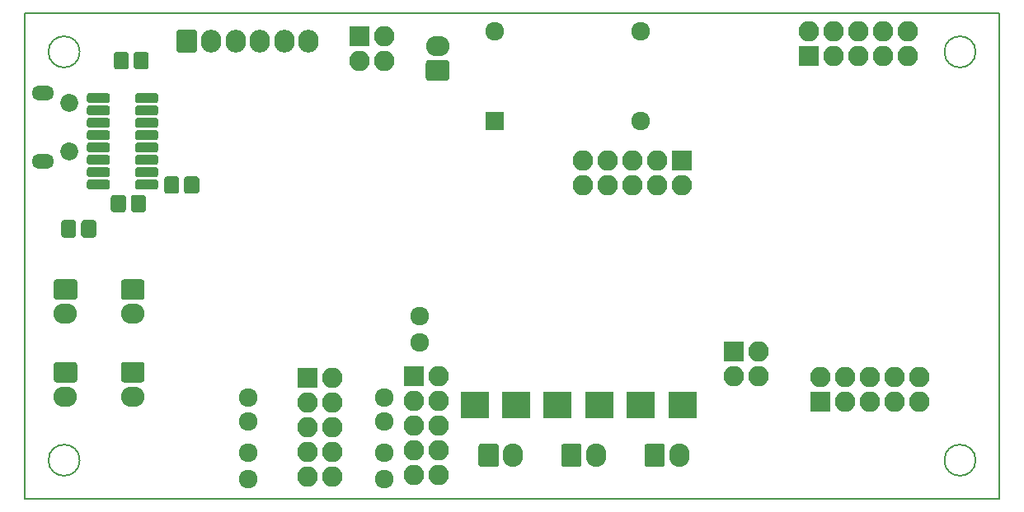
<source format=gbr>
%TF.GenerationSoftware,KiCad,Pcbnew,5.0.0-fee4fd1~66~ubuntu16.04.1*%
%TF.CreationDate,2020-03-09T22:27:40+01:00*%
%TF.ProjectId,robotond2020_ch340,726F626F746F6E64323032305F636833,rev?*%
%TF.SameCoordinates,Original*%
%TF.FileFunction,Soldermask,Bot*%
%TF.FilePolarity,Negative*%
%FSLAX46Y46*%
G04 Gerber Fmt 4.6, Leading zero omitted, Abs format (unit mm)*
G04 Created by KiCad (PCBNEW 5.0.0-fee4fd1~66~ubuntu16.04.1) date Mon Mar  9 22:27:40 2020*
%MOMM*%
%LPD*%
G01*
G04 APERTURE LIST*
%ADD10C,0.200000*%
%ADD11C,0.150000*%
%ADD12O,2.400000X2.100000*%
%ADD13C,2.100000*%
%ADD14R,2.900000X2.700000*%
%ADD15O,2.100000X2.350000*%
%ADD16O,2.100000X2.100000*%
%ADD17R,2.100000X2.100000*%
%ADD18O,2.300000X1.500000*%
%ADD19C,1.850000*%
%ADD20O,2.100000X2.400000*%
%ADD21R,1.924000X1.924000*%
%ADD22C,1.924000*%
%ADD23C,1.550000*%
%ADD24C,1.000000*%
G04 APERTURE END LIST*
D10*
X197600000Y-96000000D02*
G75*
G03X197600000Y-96000000I-1600000J0D01*
G01*
X105600000Y-96000000D02*
G75*
G03X105600000Y-96000000I-1600000J0D01*
G01*
X105600000Y-54000000D02*
G75*
G03X105600000Y-54000000I-1600000J0D01*
G01*
X197600000Y-54000000D02*
G75*
G03X197600000Y-54000000I-1600000J0D01*
G01*
D11*
X100000000Y-100000000D02*
X100000000Y-50000000D01*
X200000000Y-100000000D02*
X100000000Y-100000000D01*
X200000000Y-50000000D02*
X200000000Y-100000000D01*
X100000000Y-50000000D02*
X200000000Y-50000000D01*
D12*
X142350000Y-53400000D03*
D11*
G36*
X143271447Y-54851487D02*
X143301425Y-54855934D01*
X143330824Y-54863298D01*
X143359358Y-54873508D01*
X143386755Y-54886465D01*
X143412750Y-54902046D01*
X143437092Y-54920100D01*
X143459548Y-54940452D01*
X143479900Y-54962908D01*
X143497954Y-54987250D01*
X143513535Y-55013245D01*
X143526492Y-55040642D01*
X143536702Y-55069176D01*
X143544066Y-55098575D01*
X143548513Y-55128553D01*
X143550000Y-55158823D01*
X143550000Y-56641177D01*
X143548513Y-56671447D01*
X143544066Y-56701425D01*
X143536702Y-56730824D01*
X143526492Y-56759358D01*
X143513535Y-56786755D01*
X143497954Y-56812750D01*
X143479900Y-56837092D01*
X143459548Y-56859548D01*
X143437092Y-56879900D01*
X143412750Y-56897954D01*
X143386755Y-56913535D01*
X143359358Y-56926492D01*
X143330824Y-56936702D01*
X143301425Y-56944066D01*
X143271447Y-56948513D01*
X143241177Y-56950000D01*
X141458823Y-56950000D01*
X141428553Y-56948513D01*
X141398575Y-56944066D01*
X141369176Y-56936702D01*
X141340642Y-56926492D01*
X141313245Y-56913535D01*
X141287250Y-56897954D01*
X141262908Y-56879900D01*
X141240452Y-56859548D01*
X141220100Y-56837092D01*
X141202046Y-56812750D01*
X141186465Y-56786755D01*
X141173508Y-56759358D01*
X141163298Y-56730824D01*
X141155934Y-56701425D01*
X141151487Y-56671447D01*
X141150000Y-56641177D01*
X141150000Y-55158823D01*
X141151487Y-55128553D01*
X141155934Y-55098575D01*
X141163298Y-55069176D01*
X141173508Y-55040642D01*
X141186465Y-55013245D01*
X141202046Y-54987250D01*
X141220100Y-54962908D01*
X141240452Y-54940452D01*
X141262908Y-54920100D01*
X141287250Y-54902046D01*
X141313245Y-54886465D01*
X141340642Y-54873508D01*
X141369176Y-54863298D01*
X141398575Y-54855934D01*
X141428553Y-54851487D01*
X141458823Y-54850000D01*
X143241177Y-54850000D01*
X143271447Y-54851487D01*
X143271447Y-54851487D01*
G37*
D13*
X142350000Y-55900000D03*
D14*
X167500000Y-90300000D03*
X163200000Y-90300000D03*
X154650000Y-90300000D03*
X158950000Y-90300000D03*
X150450000Y-90300000D03*
X146150000Y-90300000D03*
D11*
G36*
X117371447Y-51726487D02*
X117401425Y-51730934D01*
X117430824Y-51738298D01*
X117459358Y-51748508D01*
X117486755Y-51761465D01*
X117512750Y-51777046D01*
X117537092Y-51795100D01*
X117559548Y-51815452D01*
X117579900Y-51837908D01*
X117597954Y-51862250D01*
X117613535Y-51888245D01*
X117626492Y-51915642D01*
X117636702Y-51944176D01*
X117644066Y-51973575D01*
X117648513Y-52003553D01*
X117650000Y-52033823D01*
X117650000Y-53766177D01*
X117648513Y-53796447D01*
X117644066Y-53826425D01*
X117636702Y-53855824D01*
X117626492Y-53884358D01*
X117613535Y-53911755D01*
X117597954Y-53937750D01*
X117579900Y-53962092D01*
X117559548Y-53984548D01*
X117537092Y-54004900D01*
X117512750Y-54022954D01*
X117486755Y-54038535D01*
X117459358Y-54051492D01*
X117430824Y-54061702D01*
X117401425Y-54069066D01*
X117371447Y-54073513D01*
X117341177Y-54075000D01*
X115858823Y-54075000D01*
X115828553Y-54073513D01*
X115798575Y-54069066D01*
X115769176Y-54061702D01*
X115740642Y-54051492D01*
X115713245Y-54038535D01*
X115687250Y-54022954D01*
X115662908Y-54004900D01*
X115640452Y-53984548D01*
X115620100Y-53962092D01*
X115602046Y-53937750D01*
X115586465Y-53911755D01*
X115573508Y-53884358D01*
X115563298Y-53855824D01*
X115555934Y-53826425D01*
X115551487Y-53796447D01*
X115550000Y-53766177D01*
X115550000Y-52033823D01*
X115551487Y-52003553D01*
X115555934Y-51973575D01*
X115563298Y-51944176D01*
X115573508Y-51915642D01*
X115586465Y-51888245D01*
X115602046Y-51862250D01*
X115620100Y-51837908D01*
X115640452Y-51815452D01*
X115662908Y-51795100D01*
X115687250Y-51777046D01*
X115713245Y-51761465D01*
X115740642Y-51748508D01*
X115769176Y-51738298D01*
X115798575Y-51730934D01*
X115828553Y-51726487D01*
X115858823Y-51725000D01*
X117341177Y-51725000D01*
X117371447Y-51726487D01*
X117371447Y-51726487D01*
G37*
D13*
X116600000Y-52900000D03*
D15*
X119100000Y-52900000D03*
X121600000Y-52900000D03*
X124100000Y-52900000D03*
X126600000Y-52900000D03*
X129100000Y-52900000D03*
D16*
X131500000Y-97670000D03*
X128960000Y-97670000D03*
X131500000Y-95130000D03*
X128960000Y-95130000D03*
X131500000Y-92590000D03*
X128960000Y-92590000D03*
X131500000Y-90050000D03*
X128960000Y-90050000D03*
X131500000Y-87510000D03*
D17*
X128960000Y-87510000D03*
D18*
X101850000Y-65250000D03*
D19*
X104550000Y-59250000D03*
X104550000Y-64250000D03*
D18*
X101850000Y-58250000D03*
D17*
X180500000Y-54450000D03*
D16*
X180500000Y-51910000D03*
X183040000Y-54450000D03*
X183040000Y-51910000D03*
X185580000Y-54450000D03*
X185580000Y-51910000D03*
X188120000Y-54450000D03*
X188120000Y-51910000D03*
X190660000Y-54450000D03*
X190660000Y-51910000D03*
X191860000Y-87460000D03*
X191860000Y-90000000D03*
X189320000Y-87460000D03*
X189320000Y-90000000D03*
X186780000Y-87460000D03*
X186780000Y-90000000D03*
X184240000Y-87460000D03*
X184240000Y-90000000D03*
X181700000Y-87460000D03*
D17*
X181700000Y-90000000D03*
D12*
X104150000Y-80950000D03*
D11*
G36*
X105071447Y-77401487D02*
X105101425Y-77405934D01*
X105130824Y-77413298D01*
X105159358Y-77423508D01*
X105186755Y-77436465D01*
X105212750Y-77452046D01*
X105237092Y-77470100D01*
X105259548Y-77490452D01*
X105279900Y-77512908D01*
X105297954Y-77537250D01*
X105313535Y-77563245D01*
X105326492Y-77590642D01*
X105336702Y-77619176D01*
X105344066Y-77648575D01*
X105348513Y-77678553D01*
X105350000Y-77708823D01*
X105350000Y-79191177D01*
X105348513Y-79221447D01*
X105344066Y-79251425D01*
X105336702Y-79280824D01*
X105326492Y-79309358D01*
X105313535Y-79336755D01*
X105297954Y-79362750D01*
X105279900Y-79387092D01*
X105259548Y-79409548D01*
X105237092Y-79429900D01*
X105212750Y-79447954D01*
X105186755Y-79463535D01*
X105159358Y-79476492D01*
X105130824Y-79486702D01*
X105101425Y-79494066D01*
X105071447Y-79498513D01*
X105041177Y-79500000D01*
X103258823Y-79500000D01*
X103228553Y-79498513D01*
X103198575Y-79494066D01*
X103169176Y-79486702D01*
X103140642Y-79476492D01*
X103113245Y-79463535D01*
X103087250Y-79447954D01*
X103062908Y-79429900D01*
X103040452Y-79409548D01*
X103020100Y-79387092D01*
X103002046Y-79362750D01*
X102986465Y-79336755D01*
X102973508Y-79309358D01*
X102963298Y-79280824D01*
X102955934Y-79251425D01*
X102951487Y-79221447D01*
X102950000Y-79191177D01*
X102950000Y-77708823D01*
X102951487Y-77678553D01*
X102955934Y-77648575D01*
X102963298Y-77619176D01*
X102973508Y-77590642D01*
X102986465Y-77563245D01*
X103002046Y-77537250D01*
X103020100Y-77512908D01*
X103040452Y-77490452D01*
X103062908Y-77470100D01*
X103087250Y-77452046D01*
X103113245Y-77436465D01*
X103140642Y-77423508D01*
X103169176Y-77413298D01*
X103198575Y-77405934D01*
X103228553Y-77401487D01*
X103258823Y-77400000D01*
X105041177Y-77400000D01*
X105071447Y-77401487D01*
X105071447Y-77401487D01*
G37*
D13*
X104150000Y-78450000D03*
D11*
G36*
X111971447Y-77401487D02*
X112001425Y-77405934D01*
X112030824Y-77413298D01*
X112059358Y-77423508D01*
X112086755Y-77436465D01*
X112112750Y-77452046D01*
X112137092Y-77470100D01*
X112159548Y-77490452D01*
X112179900Y-77512908D01*
X112197954Y-77537250D01*
X112213535Y-77563245D01*
X112226492Y-77590642D01*
X112236702Y-77619176D01*
X112244066Y-77648575D01*
X112248513Y-77678553D01*
X112250000Y-77708823D01*
X112250000Y-79191177D01*
X112248513Y-79221447D01*
X112244066Y-79251425D01*
X112236702Y-79280824D01*
X112226492Y-79309358D01*
X112213535Y-79336755D01*
X112197954Y-79362750D01*
X112179900Y-79387092D01*
X112159548Y-79409548D01*
X112137092Y-79429900D01*
X112112750Y-79447954D01*
X112086755Y-79463535D01*
X112059358Y-79476492D01*
X112030824Y-79486702D01*
X112001425Y-79494066D01*
X111971447Y-79498513D01*
X111941177Y-79500000D01*
X110158823Y-79500000D01*
X110128553Y-79498513D01*
X110098575Y-79494066D01*
X110069176Y-79486702D01*
X110040642Y-79476492D01*
X110013245Y-79463535D01*
X109987250Y-79447954D01*
X109962908Y-79429900D01*
X109940452Y-79409548D01*
X109920100Y-79387092D01*
X109902046Y-79362750D01*
X109886465Y-79336755D01*
X109873508Y-79309358D01*
X109863298Y-79280824D01*
X109855934Y-79251425D01*
X109851487Y-79221447D01*
X109850000Y-79191177D01*
X109850000Y-77708823D01*
X109851487Y-77678553D01*
X109855934Y-77648575D01*
X109863298Y-77619176D01*
X109873508Y-77590642D01*
X109886465Y-77563245D01*
X109902046Y-77537250D01*
X109920100Y-77512908D01*
X109940452Y-77490452D01*
X109962908Y-77470100D01*
X109987250Y-77452046D01*
X110013245Y-77436465D01*
X110040642Y-77423508D01*
X110069176Y-77413298D01*
X110098575Y-77405934D01*
X110128553Y-77401487D01*
X110158823Y-77400000D01*
X111941177Y-77400000D01*
X111971447Y-77401487D01*
X111971447Y-77401487D01*
G37*
D13*
X111050000Y-78450000D03*
D12*
X111050000Y-80950000D03*
D17*
X167400000Y-65200000D03*
D16*
X167400000Y-67740000D03*
X164860000Y-65200000D03*
X164860000Y-67740000D03*
X162320000Y-65200000D03*
X162320000Y-67740000D03*
X159780000Y-65200000D03*
X159780000Y-67740000D03*
X157240000Y-65200000D03*
X157240000Y-67740000D03*
D17*
X139950000Y-87400000D03*
D16*
X142490000Y-87400000D03*
X139950000Y-89940000D03*
X142490000Y-89940000D03*
X139950000Y-92480000D03*
X142490000Y-92480000D03*
X139950000Y-95020000D03*
X142490000Y-95020000D03*
X139950000Y-97560000D03*
X142490000Y-97560000D03*
D17*
X134300000Y-52400000D03*
D16*
X136840000Y-52400000D03*
X134300000Y-54940000D03*
X136840000Y-54940000D03*
D12*
X104150000Y-89450000D03*
D11*
G36*
X105071447Y-85901487D02*
X105101425Y-85905934D01*
X105130824Y-85913298D01*
X105159358Y-85923508D01*
X105186755Y-85936465D01*
X105212750Y-85952046D01*
X105237092Y-85970100D01*
X105259548Y-85990452D01*
X105279900Y-86012908D01*
X105297954Y-86037250D01*
X105313535Y-86063245D01*
X105326492Y-86090642D01*
X105336702Y-86119176D01*
X105344066Y-86148575D01*
X105348513Y-86178553D01*
X105350000Y-86208823D01*
X105350000Y-87691177D01*
X105348513Y-87721447D01*
X105344066Y-87751425D01*
X105336702Y-87780824D01*
X105326492Y-87809358D01*
X105313535Y-87836755D01*
X105297954Y-87862750D01*
X105279900Y-87887092D01*
X105259548Y-87909548D01*
X105237092Y-87929900D01*
X105212750Y-87947954D01*
X105186755Y-87963535D01*
X105159358Y-87976492D01*
X105130824Y-87986702D01*
X105101425Y-87994066D01*
X105071447Y-87998513D01*
X105041177Y-88000000D01*
X103258823Y-88000000D01*
X103228553Y-87998513D01*
X103198575Y-87994066D01*
X103169176Y-87986702D01*
X103140642Y-87976492D01*
X103113245Y-87963535D01*
X103087250Y-87947954D01*
X103062908Y-87929900D01*
X103040452Y-87909548D01*
X103020100Y-87887092D01*
X103002046Y-87862750D01*
X102986465Y-87836755D01*
X102973508Y-87809358D01*
X102963298Y-87780824D01*
X102955934Y-87751425D01*
X102951487Y-87721447D01*
X102950000Y-87691177D01*
X102950000Y-86208823D01*
X102951487Y-86178553D01*
X102955934Y-86148575D01*
X102963298Y-86119176D01*
X102973508Y-86090642D01*
X102986465Y-86063245D01*
X103002046Y-86037250D01*
X103020100Y-86012908D01*
X103040452Y-85990452D01*
X103062908Y-85970100D01*
X103087250Y-85952046D01*
X103113245Y-85936465D01*
X103140642Y-85923508D01*
X103169176Y-85913298D01*
X103198575Y-85905934D01*
X103228553Y-85901487D01*
X103258823Y-85900000D01*
X105041177Y-85900000D01*
X105071447Y-85901487D01*
X105071447Y-85901487D01*
G37*
D13*
X104150000Y-86950000D03*
D11*
G36*
X111971447Y-85901487D02*
X112001425Y-85905934D01*
X112030824Y-85913298D01*
X112059358Y-85923508D01*
X112086755Y-85936465D01*
X112112750Y-85952046D01*
X112137092Y-85970100D01*
X112159548Y-85990452D01*
X112179900Y-86012908D01*
X112197954Y-86037250D01*
X112213535Y-86063245D01*
X112226492Y-86090642D01*
X112236702Y-86119176D01*
X112244066Y-86148575D01*
X112248513Y-86178553D01*
X112250000Y-86208823D01*
X112250000Y-87691177D01*
X112248513Y-87721447D01*
X112244066Y-87751425D01*
X112236702Y-87780824D01*
X112226492Y-87809358D01*
X112213535Y-87836755D01*
X112197954Y-87862750D01*
X112179900Y-87887092D01*
X112159548Y-87909548D01*
X112137092Y-87929900D01*
X112112750Y-87947954D01*
X112086755Y-87963535D01*
X112059358Y-87976492D01*
X112030824Y-87986702D01*
X112001425Y-87994066D01*
X111971447Y-87998513D01*
X111941177Y-88000000D01*
X110158823Y-88000000D01*
X110128553Y-87998513D01*
X110098575Y-87994066D01*
X110069176Y-87986702D01*
X110040642Y-87976492D01*
X110013245Y-87963535D01*
X109987250Y-87947954D01*
X109962908Y-87929900D01*
X109940452Y-87909548D01*
X109920100Y-87887092D01*
X109902046Y-87862750D01*
X109886465Y-87836755D01*
X109873508Y-87809358D01*
X109863298Y-87780824D01*
X109855934Y-87751425D01*
X109851487Y-87721447D01*
X109850000Y-87691177D01*
X109850000Y-86208823D01*
X109851487Y-86178553D01*
X109855934Y-86148575D01*
X109863298Y-86119176D01*
X109873508Y-86090642D01*
X109886465Y-86063245D01*
X109902046Y-86037250D01*
X109920100Y-86012908D01*
X109940452Y-85990452D01*
X109962908Y-85970100D01*
X109987250Y-85952046D01*
X110013245Y-85936465D01*
X110040642Y-85923508D01*
X110069176Y-85913298D01*
X110098575Y-85905934D01*
X110128553Y-85901487D01*
X110158823Y-85900000D01*
X111941177Y-85900000D01*
X111971447Y-85901487D01*
X111971447Y-85901487D01*
G37*
D13*
X111050000Y-86950000D03*
D12*
X111050000Y-89450000D03*
D20*
X167150000Y-95500000D03*
D11*
G36*
X165421447Y-94301487D02*
X165451425Y-94305934D01*
X165480824Y-94313298D01*
X165509358Y-94323508D01*
X165536755Y-94336465D01*
X165562750Y-94352046D01*
X165587092Y-94370100D01*
X165609548Y-94390452D01*
X165629900Y-94412908D01*
X165647954Y-94437250D01*
X165663535Y-94463245D01*
X165676492Y-94490642D01*
X165686702Y-94519176D01*
X165694066Y-94548575D01*
X165698513Y-94578553D01*
X165700000Y-94608823D01*
X165700000Y-96391177D01*
X165698513Y-96421447D01*
X165694066Y-96451425D01*
X165686702Y-96480824D01*
X165676492Y-96509358D01*
X165663535Y-96536755D01*
X165647954Y-96562750D01*
X165629900Y-96587092D01*
X165609548Y-96609548D01*
X165587092Y-96629900D01*
X165562750Y-96647954D01*
X165536755Y-96663535D01*
X165509358Y-96676492D01*
X165480824Y-96686702D01*
X165451425Y-96694066D01*
X165421447Y-96698513D01*
X165391177Y-96700000D01*
X163908823Y-96700000D01*
X163878553Y-96698513D01*
X163848575Y-96694066D01*
X163819176Y-96686702D01*
X163790642Y-96676492D01*
X163763245Y-96663535D01*
X163737250Y-96647954D01*
X163712908Y-96629900D01*
X163690452Y-96609548D01*
X163670100Y-96587092D01*
X163652046Y-96562750D01*
X163636465Y-96536755D01*
X163623508Y-96509358D01*
X163613298Y-96480824D01*
X163605934Y-96451425D01*
X163601487Y-96421447D01*
X163600000Y-96391177D01*
X163600000Y-94608823D01*
X163601487Y-94578553D01*
X163605934Y-94548575D01*
X163613298Y-94519176D01*
X163623508Y-94490642D01*
X163636465Y-94463245D01*
X163652046Y-94437250D01*
X163670100Y-94412908D01*
X163690452Y-94390452D01*
X163712908Y-94370100D01*
X163737250Y-94352046D01*
X163763245Y-94336465D01*
X163790642Y-94323508D01*
X163819176Y-94313298D01*
X163848575Y-94305934D01*
X163878553Y-94301487D01*
X163908823Y-94300000D01*
X165391177Y-94300000D01*
X165421447Y-94301487D01*
X165421447Y-94301487D01*
G37*
D13*
X164650000Y-95500000D03*
D11*
G36*
X156871447Y-94301487D02*
X156901425Y-94305934D01*
X156930824Y-94313298D01*
X156959358Y-94323508D01*
X156986755Y-94336465D01*
X157012750Y-94352046D01*
X157037092Y-94370100D01*
X157059548Y-94390452D01*
X157079900Y-94412908D01*
X157097954Y-94437250D01*
X157113535Y-94463245D01*
X157126492Y-94490642D01*
X157136702Y-94519176D01*
X157144066Y-94548575D01*
X157148513Y-94578553D01*
X157150000Y-94608823D01*
X157150000Y-96391177D01*
X157148513Y-96421447D01*
X157144066Y-96451425D01*
X157136702Y-96480824D01*
X157126492Y-96509358D01*
X157113535Y-96536755D01*
X157097954Y-96562750D01*
X157079900Y-96587092D01*
X157059548Y-96609548D01*
X157037092Y-96629900D01*
X157012750Y-96647954D01*
X156986755Y-96663535D01*
X156959358Y-96676492D01*
X156930824Y-96686702D01*
X156901425Y-96694066D01*
X156871447Y-96698513D01*
X156841177Y-96700000D01*
X155358823Y-96700000D01*
X155328553Y-96698513D01*
X155298575Y-96694066D01*
X155269176Y-96686702D01*
X155240642Y-96676492D01*
X155213245Y-96663535D01*
X155187250Y-96647954D01*
X155162908Y-96629900D01*
X155140452Y-96609548D01*
X155120100Y-96587092D01*
X155102046Y-96562750D01*
X155086465Y-96536755D01*
X155073508Y-96509358D01*
X155063298Y-96480824D01*
X155055934Y-96451425D01*
X155051487Y-96421447D01*
X155050000Y-96391177D01*
X155050000Y-94608823D01*
X155051487Y-94578553D01*
X155055934Y-94548575D01*
X155063298Y-94519176D01*
X155073508Y-94490642D01*
X155086465Y-94463245D01*
X155102046Y-94437250D01*
X155120100Y-94412908D01*
X155140452Y-94390452D01*
X155162908Y-94370100D01*
X155187250Y-94352046D01*
X155213245Y-94336465D01*
X155240642Y-94323508D01*
X155269176Y-94313298D01*
X155298575Y-94305934D01*
X155328553Y-94301487D01*
X155358823Y-94300000D01*
X156841177Y-94300000D01*
X156871447Y-94301487D01*
X156871447Y-94301487D01*
G37*
D13*
X156100000Y-95500000D03*
D20*
X158600000Y-95500000D03*
D11*
G36*
X148371447Y-94301487D02*
X148401425Y-94305934D01*
X148430824Y-94313298D01*
X148459358Y-94323508D01*
X148486755Y-94336465D01*
X148512750Y-94352046D01*
X148537092Y-94370100D01*
X148559548Y-94390452D01*
X148579900Y-94412908D01*
X148597954Y-94437250D01*
X148613535Y-94463245D01*
X148626492Y-94490642D01*
X148636702Y-94519176D01*
X148644066Y-94548575D01*
X148648513Y-94578553D01*
X148650000Y-94608823D01*
X148650000Y-96391177D01*
X148648513Y-96421447D01*
X148644066Y-96451425D01*
X148636702Y-96480824D01*
X148626492Y-96509358D01*
X148613535Y-96536755D01*
X148597954Y-96562750D01*
X148579900Y-96587092D01*
X148559548Y-96609548D01*
X148537092Y-96629900D01*
X148512750Y-96647954D01*
X148486755Y-96663535D01*
X148459358Y-96676492D01*
X148430824Y-96686702D01*
X148401425Y-96694066D01*
X148371447Y-96698513D01*
X148341177Y-96700000D01*
X146858823Y-96700000D01*
X146828553Y-96698513D01*
X146798575Y-96694066D01*
X146769176Y-96686702D01*
X146740642Y-96676492D01*
X146713245Y-96663535D01*
X146687250Y-96647954D01*
X146662908Y-96629900D01*
X146640452Y-96609548D01*
X146620100Y-96587092D01*
X146602046Y-96562750D01*
X146586465Y-96536755D01*
X146573508Y-96509358D01*
X146563298Y-96480824D01*
X146555934Y-96451425D01*
X146551487Y-96421447D01*
X146550000Y-96391177D01*
X146550000Y-94608823D01*
X146551487Y-94578553D01*
X146555934Y-94548575D01*
X146563298Y-94519176D01*
X146573508Y-94490642D01*
X146586465Y-94463245D01*
X146602046Y-94437250D01*
X146620100Y-94412908D01*
X146640452Y-94390452D01*
X146662908Y-94370100D01*
X146687250Y-94352046D01*
X146713245Y-94336465D01*
X146740642Y-94323508D01*
X146769176Y-94313298D01*
X146798575Y-94305934D01*
X146828553Y-94301487D01*
X146858823Y-94300000D01*
X148341177Y-94300000D01*
X148371447Y-94301487D01*
X148371447Y-94301487D01*
G37*
D13*
X147600000Y-95500000D03*
D20*
X150100000Y-95500000D03*
D21*
X148200000Y-61100000D03*
D22*
X148200000Y-51900000D03*
X163200000Y-61100000D03*
X163200000Y-51900000D03*
X136900000Y-89550000D03*
X136900000Y-92050000D03*
X136900000Y-95250000D03*
X136900000Y-97950000D03*
X122900000Y-89550000D03*
X122900000Y-92050000D03*
X122900000Y-95250000D03*
X122900000Y-97950000D03*
X140500000Y-81150000D03*
X140500000Y-83850000D03*
D17*
X172800000Y-84800000D03*
D16*
X175340000Y-84800000D03*
X172800000Y-87340000D03*
X175340000Y-87340000D03*
D11*
G36*
X117571072Y-66801623D02*
X117603782Y-66806475D01*
X117635858Y-66814509D01*
X117666992Y-66825649D01*
X117696885Y-66839787D01*
X117725248Y-66856787D01*
X117751808Y-66876485D01*
X117776309Y-66898692D01*
X117798516Y-66923193D01*
X117818214Y-66949753D01*
X117835214Y-66978116D01*
X117849352Y-67008009D01*
X117860492Y-67039143D01*
X117868526Y-67071219D01*
X117873378Y-67103929D01*
X117875001Y-67136956D01*
X117875001Y-68263044D01*
X117873378Y-68296071D01*
X117868526Y-68328781D01*
X117860492Y-68360857D01*
X117849352Y-68391991D01*
X117835214Y-68421884D01*
X117818214Y-68450247D01*
X117798516Y-68476807D01*
X117776309Y-68501308D01*
X117751808Y-68523515D01*
X117725248Y-68543213D01*
X117696885Y-68560213D01*
X117666992Y-68574351D01*
X117635858Y-68585491D01*
X117603782Y-68593525D01*
X117571072Y-68598377D01*
X117538045Y-68600000D01*
X116661957Y-68600000D01*
X116628930Y-68598377D01*
X116596220Y-68593525D01*
X116564144Y-68585491D01*
X116533010Y-68574351D01*
X116503117Y-68560213D01*
X116474754Y-68543213D01*
X116448194Y-68523515D01*
X116423693Y-68501308D01*
X116401486Y-68476807D01*
X116381788Y-68450247D01*
X116364788Y-68421884D01*
X116350650Y-68391991D01*
X116339510Y-68360857D01*
X116331476Y-68328781D01*
X116326624Y-68296071D01*
X116325001Y-68263044D01*
X116325001Y-67136956D01*
X116326624Y-67103929D01*
X116331476Y-67071219D01*
X116339510Y-67039143D01*
X116350650Y-67008009D01*
X116364788Y-66978116D01*
X116381788Y-66949753D01*
X116401486Y-66923193D01*
X116423693Y-66898692D01*
X116448194Y-66876485D01*
X116474754Y-66856787D01*
X116503117Y-66839787D01*
X116533010Y-66825649D01*
X116564144Y-66814509D01*
X116596220Y-66806475D01*
X116628930Y-66801623D01*
X116661957Y-66800000D01*
X117538045Y-66800000D01*
X117571072Y-66801623D01*
X117571072Y-66801623D01*
G37*
D23*
X117100001Y-67700000D03*
D11*
G36*
X115521072Y-66801623D02*
X115553782Y-66806475D01*
X115585858Y-66814509D01*
X115616992Y-66825649D01*
X115646885Y-66839787D01*
X115675248Y-66856787D01*
X115701808Y-66876485D01*
X115726309Y-66898692D01*
X115748516Y-66923193D01*
X115768214Y-66949753D01*
X115785214Y-66978116D01*
X115799352Y-67008009D01*
X115810492Y-67039143D01*
X115818526Y-67071219D01*
X115823378Y-67103929D01*
X115825001Y-67136956D01*
X115825001Y-68263044D01*
X115823378Y-68296071D01*
X115818526Y-68328781D01*
X115810492Y-68360857D01*
X115799352Y-68391991D01*
X115785214Y-68421884D01*
X115768214Y-68450247D01*
X115748516Y-68476807D01*
X115726309Y-68501308D01*
X115701808Y-68523515D01*
X115675248Y-68543213D01*
X115646885Y-68560213D01*
X115616992Y-68574351D01*
X115585858Y-68585491D01*
X115553782Y-68593525D01*
X115521072Y-68598377D01*
X115488045Y-68600000D01*
X114611957Y-68600000D01*
X114578930Y-68598377D01*
X114546220Y-68593525D01*
X114514144Y-68585491D01*
X114483010Y-68574351D01*
X114453117Y-68560213D01*
X114424754Y-68543213D01*
X114398194Y-68523515D01*
X114373693Y-68501308D01*
X114351486Y-68476807D01*
X114331788Y-68450247D01*
X114314788Y-68421884D01*
X114300650Y-68391991D01*
X114289510Y-68360857D01*
X114281476Y-68328781D01*
X114276624Y-68296071D01*
X114275001Y-68263044D01*
X114275001Y-67136956D01*
X114276624Y-67103929D01*
X114281476Y-67071219D01*
X114289510Y-67039143D01*
X114300650Y-67008009D01*
X114314788Y-66978116D01*
X114331788Y-66949753D01*
X114351486Y-66923193D01*
X114373693Y-66898692D01*
X114398194Y-66876485D01*
X114424754Y-66856787D01*
X114453117Y-66839787D01*
X114483010Y-66825649D01*
X114514144Y-66814509D01*
X114546220Y-66806475D01*
X114578930Y-66801623D01*
X114611957Y-66800000D01*
X115488045Y-66800000D01*
X115521072Y-66801623D01*
X115521072Y-66801623D01*
G37*
D23*
X115050001Y-67700000D03*
D11*
G36*
X106996071Y-71301623D02*
X107028781Y-71306475D01*
X107060857Y-71314509D01*
X107091991Y-71325649D01*
X107121884Y-71339787D01*
X107150247Y-71356787D01*
X107176807Y-71376485D01*
X107201308Y-71398692D01*
X107223515Y-71423193D01*
X107243213Y-71449753D01*
X107260213Y-71478116D01*
X107274351Y-71508009D01*
X107285491Y-71539143D01*
X107293525Y-71571219D01*
X107298377Y-71603929D01*
X107300000Y-71636956D01*
X107300000Y-72763044D01*
X107298377Y-72796071D01*
X107293525Y-72828781D01*
X107285491Y-72860857D01*
X107274351Y-72891991D01*
X107260213Y-72921884D01*
X107243213Y-72950247D01*
X107223515Y-72976807D01*
X107201308Y-73001308D01*
X107176807Y-73023515D01*
X107150247Y-73043213D01*
X107121884Y-73060213D01*
X107091991Y-73074351D01*
X107060857Y-73085491D01*
X107028781Y-73093525D01*
X106996071Y-73098377D01*
X106963044Y-73100000D01*
X106086956Y-73100000D01*
X106053929Y-73098377D01*
X106021219Y-73093525D01*
X105989143Y-73085491D01*
X105958009Y-73074351D01*
X105928116Y-73060213D01*
X105899753Y-73043213D01*
X105873193Y-73023515D01*
X105848692Y-73001308D01*
X105826485Y-72976807D01*
X105806787Y-72950247D01*
X105789787Y-72921884D01*
X105775649Y-72891991D01*
X105764509Y-72860857D01*
X105756475Y-72828781D01*
X105751623Y-72796071D01*
X105750000Y-72763044D01*
X105750000Y-71636956D01*
X105751623Y-71603929D01*
X105756475Y-71571219D01*
X105764509Y-71539143D01*
X105775649Y-71508009D01*
X105789787Y-71478116D01*
X105806787Y-71449753D01*
X105826485Y-71423193D01*
X105848692Y-71398692D01*
X105873193Y-71376485D01*
X105899753Y-71356787D01*
X105928116Y-71339787D01*
X105958009Y-71325649D01*
X105989143Y-71314509D01*
X106021219Y-71306475D01*
X106053929Y-71301623D01*
X106086956Y-71300000D01*
X106963044Y-71300000D01*
X106996071Y-71301623D01*
X106996071Y-71301623D01*
G37*
D23*
X106525000Y-72200000D03*
D11*
G36*
X104946071Y-71301623D02*
X104978781Y-71306475D01*
X105010857Y-71314509D01*
X105041991Y-71325649D01*
X105071884Y-71339787D01*
X105100247Y-71356787D01*
X105126807Y-71376485D01*
X105151308Y-71398692D01*
X105173515Y-71423193D01*
X105193213Y-71449753D01*
X105210213Y-71478116D01*
X105224351Y-71508009D01*
X105235491Y-71539143D01*
X105243525Y-71571219D01*
X105248377Y-71603929D01*
X105250000Y-71636956D01*
X105250000Y-72763044D01*
X105248377Y-72796071D01*
X105243525Y-72828781D01*
X105235491Y-72860857D01*
X105224351Y-72891991D01*
X105210213Y-72921884D01*
X105193213Y-72950247D01*
X105173515Y-72976807D01*
X105151308Y-73001308D01*
X105126807Y-73023515D01*
X105100247Y-73043213D01*
X105071884Y-73060213D01*
X105041991Y-73074351D01*
X105010857Y-73085491D01*
X104978781Y-73093525D01*
X104946071Y-73098377D01*
X104913044Y-73100000D01*
X104036956Y-73100000D01*
X104003929Y-73098377D01*
X103971219Y-73093525D01*
X103939143Y-73085491D01*
X103908009Y-73074351D01*
X103878116Y-73060213D01*
X103849753Y-73043213D01*
X103823193Y-73023515D01*
X103798692Y-73001308D01*
X103776485Y-72976807D01*
X103756787Y-72950247D01*
X103739787Y-72921884D01*
X103725649Y-72891991D01*
X103714509Y-72860857D01*
X103706475Y-72828781D01*
X103701623Y-72796071D01*
X103700000Y-72763044D01*
X103700000Y-71636956D01*
X103701623Y-71603929D01*
X103706475Y-71571219D01*
X103714509Y-71539143D01*
X103725649Y-71508009D01*
X103739787Y-71478116D01*
X103756787Y-71449753D01*
X103776485Y-71423193D01*
X103798692Y-71398692D01*
X103823193Y-71376485D01*
X103849753Y-71356787D01*
X103878116Y-71339787D01*
X103908009Y-71325649D01*
X103939143Y-71314509D01*
X103971219Y-71306475D01*
X104003929Y-71301623D01*
X104036956Y-71300000D01*
X104913044Y-71300000D01*
X104946071Y-71301623D01*
X104946071Y-71301623D01*
G37*
D23*
X104475000Y-72200000D03*
D11*
G36*
X112396071Y-54001623D02*
X112428781Y-54006475D01*
X112460857Y-54014509D01*
X112491991Y-54025649D01*
X112521884Y-54039787D01*
X112550247Y-54056787D01*
X112576807Y-54076485D01*
X112601308Y-54098692D01*
X112623515Y-54123193D01*
X112643213Y-54149753D01*
X112660213Y-54178116D01*
X112674351Y-54208009D01*
X112685491Y-54239143D01*
X112693525Y-54271219D01*
X112698377Y-54303929D01*
X112700000Y-54336956D01*
X112700000Y-55463044D01*
X112698377Y-55496071D01*
X112693525Y-55528781D01*
X112685491Y-55560857D01*
X112674351Y-55591991D01*
X112660213Y-55621884D01*
X112643213Y-55650247D01*
X112623515Y-55676807D01*
X112601308Y-55701308D01*
X112576807Y-55723515D01*
X112550247Y-55743213D01*
X112521884Y-55760213D01*
X112491991Y-55774351D01*
X112460857Y-55785491D01*
X112428781Y-55793525D01*
X112396071Y-55798377D01*
X112363044Y-55800000D01*
X111486956Y-55800000D01*
X111453929Y-55798377D01*
X111421219Y-55793525D01*
X111389143Y-55785491D01*
X111358009Y-55774351D01*
X111328116Y-55760213D01*
X111299753Y-55743213D01*
X111273193Y-55723515D01*
X111248692Y-55701308D01*
X111226485Y-55676807D01*
X111206787Y-55650247D01*
X111189787Y-55621884D01*
X111175649Y-55591991D01*
X111164509Y-55560857D01*
X111156475Y-55528781D01*
X111151623Y-55496071D01*
X111150000Y-55463044D01*
X111150000Y-54336956D01*
X111151623Y-54303929D01*
X111156475Y-54271219D01*
X111164509Y-54239143D01*
X111175649Y-54208009D01*
X111189787Y-54178116D01*
X111206787Y-54149753D01*
X111226485Y-54123193D01*
X111248692Y-54098692D01*
X111273193Y-54076485D01*
X111299753Y-54056787D01*
X111328116Y-54039787D01*
X111358009Y-54025649D01*
X111389143Y-54014509D01*
X111421219Y-54006475D01*
X111453929Y-54001623D01*
X111486956Y-54000000D01*
X112363044Y-54000000D01*
X112396071Y-54001623D01*
X112396071Y-54001623D01*
G37*
D23*
X111925000Y-54900000D03*
D11*
G36*
X110346071Y-54001623D02*
X110378781Y-54006475D01*
X110410857Y-54014509D01*
X110441991Y-54025649D01*
X110471884Y-54039787D01*
X110500247Y-54056787D01*
X110526807Y-54076485D01*
X110551308Y-54098692D01*
X110573515Y-54123193D01*
X110593213Y-54149753D01*
X110610213Y-54178116D01*
X110624351Y-54208009D01*
X110635491Y-54239143D01*
X110643525Y-54271219D01*
X110648377Y-54303929D01*
X110650000Y-54336956D01*
X110650000Y-55463044D01*
X110648377Y-55496071D01*
X110643525Y-55528781D01*
X110635491Y-55560857D01*
X110624351Y-55591991D01*
X110610213Y-55621884D01*
X110593213Y-55650247D01*
X110573515Y-55676807D01*
X110551308Y-55701308D01*
X110526807Y-55723515D01*
X110500247Y-55743213D01*
X110471884Y-55760213D01*
X110441991Y-55774351D01*
X110410857Y-55785491D01*
X110378781Y-55793525D01*
X110346071Y-55798377D01*
X110313044Y-55800000D01*
X109436956Y-55800000D01*
X109403929Y-55798377D01*
X109371219Y-55793525D01*
X109339143Y-55785491D01*
X109308009Y-55774351D01*
X109278116Y-55760213D01*
X109249753Y-55743213D01*
X109223193Y-55723515D01*
X109198692Y-55701308D01*
X109176485Y-55676807D01*
X109156787Y-55650247D01*
X109139787Y-55621884D01*
X109125649Y-55591991D01*
X109114509Y-55560857D01*
X109106475Y-55528781D01*
X109101623Y-55496071D01*
X109100000Y-55463044D01*
X109100000Y-54336956D01*
X109101623Y-54303929D01*
X109106475Y-54271219D01*
X109114509Y-54239143D01*
X109125649Y-54208009D01*
X109139787Y-54178116D01*
X109156787Y-54149753D01*
X109176485Y-54123193D01*
X109198692Y-54098692D01*
X109223193Y-54076485D01*
X109249753Y-54056787D01*
X109278116Y-54039787D01*
X109308009Y-54025649D01*
X109339143Y-54014509D01*
X109371219Y-54006475D01*
X109403929Y-54001623D01*
X109436956Y-54000000D01*
X110313044Y-54000000D01*
X110346071Y-54001623D01*
X110346071Y-54001623D01*
G37*
D23*
X109875000Y-54900000D03*
D11*
G36*
X110046071Y-68701623D02*
X110078781Y-68706475D01*
X110110857Y-68714509D01*
X110141991Y-68725649D01*
X110171884Y-68739787D01*
X110200247Y-68756787D01*
X110226807Y-68776485D01*
X110251308Y-68798692D01*
X110273515Y-68823193D01*
X110293213Y-68849753D01*
X110310213Y-68878116D01*
X110324351Y-68908009D01*
X110335491Y-68939143D01*
X110343525Y-68971219D01*
X110348377Y-69003929D01*
X110350000Y-69036956D01*
X110350000Y-70163044D01*
X110348377Y-70196071D01*
X110343525Y-70228781D01*
X110335491Y-70260857D01*
X110324351Y-70291991D01*
X110310213Y-70321884D01*
X110293213Y-70350247D01*
X110273515Y-70376807D01*
X110251308Y-70401308D01*
X110226807Y-70423515D01*
X110200247Y-70443213D01*
X110171884Y-70460213D01*
X110141991Y-70474351D01*
X110110857Y-70485491D01*
X110078781Y-70493525D01*
X110046071Y-70498377D01*
X110013044Y-70500000D01*
X109136956Y-70500000D01*
X109103929Y-70498377D01*
X109071219Y-70493525D01*
X109039143Y-70485491D01*
X109008009Y-70474351D01*
X108978116Y-70460213D01*
X108949753Y-70443213D01*
X108923193Y-70423515D01*
X108898692Y-70401308D01*
X108876485Y-70376807D01*
X108856787Y-70350247D01*
X108839787Y-70321884D01*
X108825649Y-70291991D01*
X108814509Y-70260857D01*
X108806475Y-70228781D01*
X108801623Y-70196071D01*
X108800000Y-70163044D01*
X108800000Y-69036956D01*
X108801623Y-69003929D01*
X108806475Y-68971219D01*
X108814509Y-68939143D01*
X108825649Y-68908009D01*
X108839787Y-68878116D01*
X108856787Y-68849753D01*
X108876485Y-68823193D01*
X108898692Y-68798692D01*
X108923193Y-68776485D01*
X108949753Y-68756787D01*
X108978116Y-68739787D01*
X109008009Y-68725649D01*
X109039143Y-68714509D01*
X109071219Y-68706475D01*
X109103929Y-68701623D01*
X109136956Y-68700000D01*
X110013044Y-68700000D01*
X110046071Y-68701623D01*
X110046071Y-68701623D01*
G37*
D23*
X109575000Y-69600000D03*
D11*
G36*
X112096071Y-68701623D02*
X112128781Y-68706475D01*
X112160857Y-68714509D01*
X112191991Y-68725649D01*
X112221884Y-68739787D01*
X112250247Y-68756787D01*
X112276807Y-68776485D01*
X112301308Y-68798692D01*
X112323515Y-68823193D01*
X112343213Y-68849753D01*
X112360213Y-68878116D01*
X112374351Y-68908009D01*
X112385491Y-68939143D01*
X112393525Y-68971219D01*
X112398377Y-69003929D01*
X112400000Y-69036956D01*
X112400000Y-70163044D01*
X112398377Y-70196071D01*
X112393525Y-70228781D01*
X112385491Y-70260857D01*
X112374351Y-70291991D01*
X112360213Y-70321884D01*
X112343213Y-70350247D01*
X112323515Y-70376807D01*
X112301308Y-70401308D01*
X112276807Y-70423515D01*
X112250247Y-70443213D01*
X112221884Y-70460213D01*
X112191991Y-70474351D01*
X112160857Y-70485491D01*
X112128781Y-70493525D01*
X112096071Y-70498377D01*
X112063044Y-70500000D01*
X111186956Y-70500000D01*
X111153929Y-70498377D01*
X111121219Y-70493525D01*
X111089143Y-70485491D01*
X111058009Y-70474351D01*
X111028116Y-70460213D01*
X110999753Y-70443213D01*
X110973193Y-70423515D01*
X110948692Y-70401308D01*
X110926485Y-70376807D01*
X110906787Y-70350247D01*
X110889787Y-70321884D01*
X110875649Y-70291991D01*
X110864509Y-70260857D01*
X110856475Y-70228781D01*
X110851623Y-70196071D01*
X110850000Y-70163044D01*
X110850000Y-69036956D01*
X110851623Y-69003929D01*
X110856475Y-68971219D01*
X110864509Y-68939143D01*
X110875649Y-68908009D01*
X110889787Y-68878116D01*
X110906787Y-68849753D01*
X110926485Y-68823193D01*
X110948692Y-68798692D01*
X110973193Y-68776485D01*
X110999753Y-68756787D01*
X111028116Y-68739787D01*
X111058009Y-68725649D01*
X111089143Y-68714509D01*
X111121219Y-68706475D01*
X111153929Y-68701623D01*
X111186956Y-68700000D01*
X112063044Y-68700000D01*
X112096071Y-68701623D01*
X112096071Y-68701623D01*
G37*
D23*
X111625000Y-69600000D03*
D11*
G36*
X108474504Y-67146204D02*
X108498773Y-67149804D01*
X108522571Y-67155765D01*
X108545671Y-67164030D01*
X108567849Y-67174520D01*
X108588893Y-67187133D01*
X108608598Y-67201747D01*
X108626777Y-67218223D01*
X108643253Y-67236402D01*
X108657867Y-67256107D01*
X108670480Y-67277151D01*
X108680970Y-67299329D01*
X108689235Y-67322429D01*
X108695196Y-67346227D01*
X108698796Y-67370496D01*
X108700000Y-67395000D01*
X108700000Y-67895000D01*
X108698796Y-67919504D01*
X108695196Y-67943773D01*
X108689235Y-67967571D01*
X108680970Y-67990671D01*
X108670480Y-68012849D01*
X108657867Y-68033893D01*
X108643253Y-68053598D01*
X108626777Y-68071777D01*
X108608598Y-68088253D01*
X108588893Y-68102867D01*
X108567849Y-68115480D01*
X108545671Y-68125970D01*
X108522571Y-68134235D01*
X108498773Y-68140196D01*
X108474504Y-68143796D01*
X108450000Y-68145000D01*
X106600000Y-68145000D01*
X106575496Y-68143796D01*
X106551227Y-68140196D01*
X106527429Y-68134235D01*
X106504329Y-68125970D01*
X106482151Y-68115480D01*
X106461107Y-68102867D01*
X106441402Y-68088253D01*
X106423223Y-68071777D01*
X106406747Y-68053598D01*
X106392133Y-68033893D01*
X106379520Y-68012849D01*
X106369030Y-67990671D01*
X106360765Y-67967571D01*
X106354804Y-67943773D01*
X106351204Y-67919504D01*
X106350000Y-67895000D01*
X106350000Y-67395000D01*
X106351204Y-67370496D01*
X106354804Y-67346227D01*
X106360765Y-67322429D01*
X106369030Y-67299329D01*
X106379520Y-67277151D01*
X106392133Y-67256107D01*
X106406747Y-67236402D01*
X106423223Y-67218223D01*
X106441402Y-67201747D01*
X106461107Y-67187133D01*
X106482151Y-67174520D01*
X106504329Y-67164030D01*
X106527429Y-67155765D01*
X106551227Y-67149804D01*
X106575496Y-67146204D01*
X106600000Y-67145000D01*
X108450000Y-67145000D01*
X108474504Y-67146204D01*
X108474504Y-67146204D01*
G37*
D24*
X107525000Y-67645000D03*
D11*
G36*
X108474504Y-65876204D02*
X108498773Y-65879804D01*
X108522571Y-65885765D01*
X108545671Y-65894030D01*
X108567849Y-65904520D01*
X108588893Y-65917133D01*
X108608598Y-65931747D01*
X108626777Y-65948223D01*
X108643253Y-65966402D01*
X108657867Y-65986107D01*
X108670480Y-66007151D01*
X108680970Y-66029329D01*
X108689235Y-66052429D01*
X108695196Y-66076227D01*
X108698796Y-66100496D01*
X108700000Y-66125000D01*
X108700000Y-66625000D01*
X108698796Y-66649504D01*
X108695196Y-66673773D01*
X108689235Y-66697571D01*
X108680970Y-66720671D01*
X108670480Y-66742849D01*
X108657867Y-66763893D01*
X108643253Y-66783598D01*
X108626777Y-66801777D01*
X108608598Y-66818253D01*
X108588893Y-66832867D01*
X108567849Y-66845480D01*
X108545671Y-66855970D01*
X108522571Y-66864235D01*
X108498773Y-66870196D01*
X108474504Y-66873796D01*
X108450000Y-66875000D01*
X106600000Y-66875000D01*
X106575496Y-66873796D01*
X106551227Y-66870196D01*
X106527429Y-66864235D01*
X106504329Y-66855970D01*
X106482151Y-66845480D01*
X106461107Y-66832867D01*
X106441402Y-66818253D01*
X106423223Y-66801777D01*
X106406747Y-66783598D01*
X106392133Y-66763893D01*
X106379520Y-66742849D01*
X106369030Y-66720671D01*
X106360765Y-66697571D01*
X106354804Y-66673773D01*
X106351204Y-66649504D01*
X106350000Y-66625000D01*
X106350000Y-66125000D01*
X106351204Y-66100496D01*
X106354804Y-66076227D01*
X106360765Y-66052429D01*
X106369030Y-66029329D01*
X106379520Y-66007151D01*
X106392133Y-65986107D01*
X106406747Y-65966402D01*
X106423223Y-65948223D01*
X106441402Y-65931747D01*
X106461107Y-65917133D01*
X106482151Y-65904520D01*
X106504329Y-65894030D01*
X106527429Y-65885765D01*
X106551227Y-65879804D01*
X106575496Y-65876204D01*
X106600000Y-65875000D01*
X108450000Y-65875000D01*
X108474504Y-65876204D01*
X108474504Y-65876204D01*
G37*
D24*
X107525000Y-66375000D03*
D11*
G36*
X108474504Y-64606204D02*
X108498773Y-64609804D01*
X108522571Y-64615765D01*
X108545671Y-64624030D01*
X108567849Y-64634520D01*
X108588893Y-64647133D01*
X108608598Y-64661747D01*
X108626777Y-64678223D01*
X108643253Y-64696402D01*
X108657867Y-64716107D01*
X108670480Y-64737151D01*
X108680970Y-64759329D01*
X108689235Y-64782429D01*
X108695196Y-64806227D01*
X108698796Y-64830496D01*
X108700000Y-64855000D01*
X108700000Y-65355000D01*
X108698796Y-65379504D01*
X108695196Y-65403773D01*
X108689235Y-65427571D01*
X108680970Y-65450671D01*
X108670480Y-65472849D01*
X108657867Y-65493893D01*
X108643253Y-65513598D01*
X108626777Y-65531777D01*
X108608598Y-65548253D01*
X108588893Y-65562867D01*
X108567849Y-65575480D01*
X108545671Y-65585970D01*
X108522571Y-65594235D01*
X108498773Y-65600196D01*
X108474504Y-65603796D01*
X108450000Y-65605000D01*
X106600000Y-65605000D01*
X106575496Y-65603796D01*
X106551227Y-65600196D01*
X106527429Y-65594235D01*
X106504329Y-65585970D01*
X106482151Y-65575480D01*
X106461107Y-65562867D01*
X106441402Y-65548253D01*
X106423223Y-65531777D01*
X106406747Y-65513598D01*
X106392133Y-65493893D01*
X106379520Y-65472849D01*
X106369030Y-65450671D01*
X106360765Y-65427571D01*
X106354804Y-65403773D01*
X106351204Y-65379504D01*
X106350000Y-65355000D01*
X106350000Y-64855000D01*
X106351204Y-64830496D01*
X106354804Y-64806227D01*
X106360765Y-64782429D01*
X106369030Y-64759329D01*
X106379520Y-64737151D01*
X106392133Y-64716107D01*
X106406747Y-64696402D01*
X106423223Y-64678223D01*
X106441402Y-64661747D01*
X106461107Y-64647133D01*
X106482151Y-64634520D01*
X106504329Y-64624030D01*
X106527429Y-64615765D01*
X106551227Y-64609804D01*
X106575496Y-64606204D01*
X106600000Y-64605000D01*
X108450000Y-64605000D01*
X108474504Y-64606204D01*
X108474504Y-64606204D01*
G37*
D24*
X107525000Y-65105000D03*
D11*
G36*
X108474504Y-63336204D02*
X108498773Y-63339804D01*
X108522571Y-63345765D01*
X108545671Y-63354030D01*
X108567849Y-63364520D01*
X108588893Y-63377133D01*
X108608598Y-63391747D01*
X108626777Y-63408223D01*
X108643253Y-63426402D01*
X108657867Y-63446107D01*
X108670480Y-63467151D01*
X108680970Y-63489329D01*
X108689235Y-63512429D01*
X108695196Y-63536227D01*
X108698796Y-63560496D01*
X108700000Y-63585000D01*
X108700000Y-64085000D01*
X108698796Y-64109504D01*
X108695196Y-64133773D01*
X108689235Y-64157571D01*
X108680970Y-64180671D01*
X108670480Y-64202849D01*
X108657867Y-64223893D01*
X108643253Y-64243598D01*
X108626777Y-64261777D01*
X108608598Y-64278253D01*
X108588893Y-64292867D01*
X108567849Y-64305480D01*
X108545671Y-64315970D01*
X108522571Y-64324235D01*
X108498773Y-64330196D01*
X108474504Y-64333796D01*
X108450000Y-64335000D01*
X106600000Y-64335000D01*
X106575496Y-64333796D01*
X106551227Y-64330196D01*
X106527429Y-64324235D01*
X106504329Y-64315970D01*
X106482151Y-64305480D01*
X106461107Y-64292867D01*
X106441402Y-64278253D01*
X106423223Y-64261777D01*
X106406747Y-64243598D01*
X106392133Y-64223893D01*
X106379520Y-64202849D01*
X106369030Y-64180671D01*
X106360765Y-64157571D01*
X106354804Y-64133773D01*
X106351204Y-64109504D01*
X106350000Y-64085000D01*
X106350000Y-63585000D01*
X106351204Y-63560496D01*
X106354804Y-63536227D01*
X106360765Y-63512429D01*
X106369030Y-63489329D01*
X106379520Y-63467151D01*
X106392133Y-63446107D01*
X106406747Y-63426402D01*
X106423223Y-63408223D01*
X106441402Y-63391747D01*
X106461107Y-63377133D01*
X106482151Y-63364520D01*
X106504329Y-63354030D01*
X106527429Y-63345765D01*
X106551227Y-63339804D01*
X106575496Y-63336204D01*
X106600000Y-63335000D01*
X108450000Y-63335000D01*
X108474504Y-63336204D01*
X108474504Y-63336204D01*
G37*
D24*
X107525000Y-63835000D03*
D11*
G36*
X108474504Y-62066204D02*
X108498773Y-62069804D01*
X108522571Y-62075765D01*
X108545671Y-62084030D01*
X108567849Y-62094520D01*
X108588893Y-62107133D01*
X108608598Y-62121747D01*
X108626777Y-62138223D01*
X108643253Y-62156402D01*
X108657867Y-62176107D01*
X108670480Y-62197151D01*
X108680970Y-62219329D01*
X108689235Y-62242429D01*
X108695196Y-62266227D01*
X108698796Y-62290496D01*
X108700000Y-62315000D01*
X108700000Y-62815000D01*
X108698796Y-62839504D01*
X108695196Y-62863773D01*
X108689235Y-62887571D01*
X108680970Y-62910671D01*
X108670480Y-62932849D01*
X108657867Y-62953893D01*
X108643253Y-62973598D01*
X108626777Y-62991777D01*
X108608598Y-63008253D01*
X108588893Y-63022867D01*
X108567849Y-63035480D01*
X108545671Y-63045970D01*
X108522571Y-63054235D01*
X108498773Y-63060196D01*
X108474504Y-63063796D01*
X108450000Y-63065000D01*
X106600000Y-63065000D01*
X106575496Y-63063796D01*
X106551227Y-63060196D01*
X106527429Y-63054235D01*
X106504329Y-63045970D01*
X106482151Y-63035480D01*
X106461107Y-63022867D01*
X106441402Y-63008253D01*
X106423223Y-62991777D01*
X106406747Y-62973598D01*
X106392133Y-62953893D01*
X106379520Y-62932849D01*
X106369030Y-62910671D01*
X106360765Y-62887571D01*
X106354804Y-62863773D01*
X106351204Y-62839504D01*
X106350000Y-62815000D01*
X106350000Y-62315000D01*
X106351204Y-62290496D01*
X106354804Y-62266227D01*
X106360765Y-62242429D01*
X106369030Y-62219329D01*
X106379520Y-62197151D01*
X106392133Y-62176107D01*
X106406747Y-62156402D01*
X106423223Y-62138223D01*
X106441402Y-62121747D01*
X106461107Y-62107133D01*
X106482151Y-62094520D01*
X106504329Y-62084030D01*
X106527429Y-62075765D01*
X106551227Y-62069804D01*
X106575496Y-62066204D01*
X106600000Y-62065000D01*
X108450000Y-62065000D01*
X108474504Y-62066204D01*
X108474504Y-62066204D01*
G37*
D24*
X107525000Y-62565000D03*
D11*
G36*
X108474504Y-60796204D02*
X108498773Y-60799804D01*
X108522571Y-60805765D01*
X108545671Y-60814030D01*
X108567849Y-60824520D01*
X108588893Y-60837133D01*
X108608598Y-60851747D01*
X108626777Y-60868223D01*
X108643253Y-60886402D01*
X108657867Y-60906107D01*
X108670480Y-60927151D01*
X108680970Y-60949329D01*
X108689235Y-60972429D01*
X108695196Y-60996227D01*
X108698796Y-61020496D01*
X108700000Y-61045000D01*
X108700000Y-61545000D01*
X108698796Y-61569504D01*
X108695196Y-61593773D01*
X108689235Y-61617571D01*
X108680970Y-61640671D01*
X108670480Y-61662849D01*
X108657867Y-61683893D01*
X108643253Y-61703598D01*
X108626777Y-61721777D01*
X108608598Y-61738253D01*
X108588893Y-61752867D01*
X108567849Y-61765480D01*
X108545671Y-61775970D01*
X108522571Y-61784235D01*
X108498773Y-61790196D01*
X108474504Y-61793796D01*
X108450000Y-61795000D01*
X106600000Y-61795000D01*
X106575496Y-61793796D01*
X106551227Y-61790196D01*
X106527429Y-61784235D01*
X106504329Y-61775970D01*
X106482151Y-61765480D01*
X106461107Y-61752867D01*
X106441402Y-61738253D01*
X106423223Y-61721777D01*
X106406747Y-61703598D01*
X106392133Y-61683893D01*
X106379520Y-61662849D01*
X106369030Y-61640671D01*
X106360765Y-61617571D01*
X106354804Y-61593773D01*
X106351204Y-61569504D01*
X106350000Y-61545000D01*
X106350000Y-61045000D01*
X106351204Y-61020496D01*
X106354804Y-60996227D01*
X106360765Y-60972429D01*
X106369030Y-60949329D01*
X106379520Y-60927151D01*
X106392133Y-60906107D01*
X106406747Y-60886402D01*
X106423223Y-60868223D01*
X106441402Y-60851747D01*
X106461107Y-60837133D01*
X106482151Y-60824520D01*
X106504329Y-60814030D01*
X106527429Y-60805765D01*
X106551227Y-60799804D01*
X106575496Y-60796204D01*
X106600000Y-60795000D01*
X108450000Y-60795000D01*
X108474504Y-60796204D01*
X108474504Y-60796204D01*
G37*
D24*
X107525000Y-61295000D03*
D11*
G36*
X108474504Y-59526204D02*
X108498773Y-59529804D01*
X108522571Y-59535765D01*
X108545671Y-59544030D01*
X108567849Y-59554520D01*
X108588893Y-59567133D01*
X108608598Y-59581747D01*
X108626777Y-59598223D01*
X108643253Y-59616402D01*
X108657867Y-59636107D01*
X108670480Y-59657151D01*
X108680970Y-59679329D01*
X108689235Y-59702429D01*
X108695196Y-59726227D01*
X108698796Y-59750496D01*
X108700000Y-59775000D01*
X108700000Y-60275000D01*
X108698796Y-60299504D01*
X108695196Y-60323773D01*
X108689235Y-60347571D01*
X108680970Y-60370671D01*
X108670480Y-60392849D01*
X108657867Y-60413893D01*
X108643253Y-60433598D01*
X108626777Y-60451777D01*
X108608598Y-60468253D01*
X108588893Y-60482867D01*
X108567849Y-60495480D01*
X108545671Y-60505970D01*
X108522571Y-60514235D01*
X108498773Y-60520196D01*
X108474504Y-60523796D01*
X108450000Y-60525000D01*
X106600000Y-60525000D01*
X106575496Y-60523796D01*
X106551227Y-60520196D01*
X106527429Y-60514235D01*
X106504329Y-60505970D01*
X106482151Y-60495480D01*
X106461107Y-60482867D01*
X106441402Y-60468253D01*
X106423223Y-60451777D01*
X106406747Y-60433598D01*
X106392133Y-60413893D01*
X106379520Y-60392849D01*
X106369030Y-60370671D01*
X106360765Y-60347571D01*
X106354804Y-60323773D01*
X106351204Y-60299504D01*
X106350000Y-60275000D01*
X106350000Y-59775000D01*
X106351204Y-59750496D01*
X106354804Y-59726227D01*
X106360765Y-59702429D01*
X106369030Y-59679329D01*
X106379520Y-59657151D01*
X106392133Y-59636107D01*
X106406747Y-59616402D01*
X106423223Y-59598223D01*
X106441402Y-59581747D01*
X106461107Y-59567133D01*
X106482151Y-59554520D01*
X106504329Y-59544030D01*
X106527429Y-59535765D01*
X106551227Y-59529804D01*
X106575496Y-59526204D01*
X106600000Y-59525000D01*
X108450000Y-59525000D01*
X108474504Y-59526204D01*
X108474504Y-59526204D01*
G37*
D24*
X107525000Y-60025000D03*
D11*
G36*
X108474504Y-58256204D02*
X108498773Y-58259804D01*
X108522571Y-58265765D01*
X108545671Y-58274030D01*
X108567849Y-58284520D01*
X108588893Y-58297133D01*
X108608598Y-58311747D01*
X108626777Y-58328223D01*
X108643253Y-58346402D01*
X108657867Y-58366107D01*
X108670480Y-58387151D01*
X108680970Y-58409329D01*
X108689235Y-58432429D01*
X108695196Y-58456227D01*
X108698796Y-58480496D01*
X108700000Y-58505000D01*
X108700000Y-59005000D01*
X108698796Y-59029504D01*
X108695196Y-59053773D01*
X108689235Y-59077571D01*
X108680970Y-59100671D01*
X108670480Y-59122849D01*
X108657867Y-59143893D01*
X108643253Y-59163598D01*
X108626777Y-59181777D01*
X108608598Y-59198253D01*
X108588893Y-59212867D01*
X108567849Y-59225480D01*
X108545671Y-59235970D01*
X108522571Y-59244235D01*
X108498773Y-59250196D01*
X108474504Y-59253796D01*
X108450000Y-59255000D01*
X106600000Y-59255000D01*
X106575496Y-59253796D01*
X106551227Y-59250196D01*
X106527429Y-59244235D01*
X106504329Y-59235970D01*
X106482151Y-59225480D01*
X106461107Y-59212867D01*
X106441402Y-59198253D01*
X106423223Y-59181777D01*
X106406747Y-59163598D01*
X106392133Y-59143893D01*
X106379520Y-59122849D01*
X106369030Y-59100671D01*
X106360765Y-59077571D01*
X106354804Y-59053773D01*
X106351204Y-59029504D01*
X106350000Y-59005000D01*
X106350000Y-58505000D01*
X106351204Y-58480496D01*
X106354804Y-58456227D01*
X106360765Y-58432429D01*
X106369030Y-58409329D01*
X106379520Y-58387151D01*
X106392133Y-58366107D01*
X106406747Y-58346402D01*
X106423223Y-58328223D01*
X106441402Y-58311747D01*
X106461107Y-58297133D01*
X106482151Y-58284520D01*
X106504329Y-58274030D01*
X106527429Y-58265765D01*
X106551227Y-58259804D01*
X106575496Y-58256204D01*
X106600000Y-58255000D01*
X108450000Y-58255000D01*
X108474504Y-58256204D01*
X108474504Y-58256204D01*
G37*
D24*
X107525000Y-58755000D03*
D11*
G36*
X113424504Y-58256204D02*
X113448773Y-58259804D01*
X113472571Y-58265765D01*
X113495671Y-58274030D01*
X113517849Y-58284520D01*
X113538893Y-58297133D01*
X113558598Y-58311747D01*
X113576777Y-58328223D01*
X113593253Y-58346402D01*
X113607867Y-58366107D01*
X113620480Y-58387151D01*
X113630970Y-58409329D01*
X113639235Y-58432429D01*
X113645196Y-58456227D01*
X113648796Y-58480496D01*
X113650000Y-58505000D01*
X113650000Y-59005000D01*
X113648796Y-59029504D01*
X113645196Y-59053773D01*
X113639235Y-59077571D01*
X113630970Y-59100671D01*
X113620480Y-59122849D01*
X113607867Y-59143893D01*
X113593253Y-59163598D01*
X113576777Y-59181777D01*
X113558598Y-59198253D01*
X113538893Y-59212867D01*
X113517849Y-59225480D01*
X113495671Y-59235970D01*
X113472571Y-59244235D01*
X113448773Y-59250196D01*
X113424504Y-59253796D01*
X113400000Y-59255000D01*
X111550000Y-59255000D01*
X111525496Y-59253796D01*
X111501227Y-59250196D01*
X111477429Y-59244235D01*
X111454329Y-59235970D01*
X111432151Y-59225480D01*
X111411107Y-59212867D01*
X111391402Y-59198253D01*
X111373223Y-59181777D01*
X111356747Y-59163598D01*
X111342133Y-59143893D01*
X111329520Y-59122849D01*
X111319030Y-59100671D01*
X111310765Y-59077571D01*
X111304804Y-59053773D01*
X111301204Y-59029504D01*
X111300000Y-59005000D01*
X111300000Y-58505000D01*
X111301204Y-58480496D01*
X111304804Y-58456227D01*
X111310765Y-58432429D01*
X111319030Y-58409329D01*
X111329520Y-58387151D01*
X111342133Y-58366107D01*
X111356747Y-58346402D01*
X111373223Y-58328223D01*
X111391402Y-58311747D01*
X111411107Y-58297133D01*
X111432151Y-58284520D01*
X111454329Y-58274030D01*
X111477429Y-58265765D01*
X111501227Y-58259804D01*
X111525496Y-58256204D01*
X111550000Y-58255000D01*
X113400000Y-58255000D01*
X113424504Y-58256204D01*
X113424504Y-58256204D01*
G37*
D24*
X112475000Y-58755000D03*
D11*
G36*
X113424504Y-59526204D02*
X113448773Y-59529804D01*
X113472571Y-59535765D01*
X113495671Y-59544030D01*
X113517849Y-59554520D01*
X113538893Y-59567133D01*
X113558598Y-59581747D01*
X113576777Y-59598223D01*
X113593253Y-59616402D01*
X113607867Y-59636107D01*
X113620480Y-59657151D01*
X113630970Y-59679329D01*
X113639235Y-59702429D01*
X113645196Y-59726227D01*
X113648796Y-59750496D01*
X113650000Y-59775000D01*
X113650000Y-60275000D01*
X113648796Y-60299504D01*
X113645196Y-60323773D01*
X113639235Y-60347571D01*
X113630970Y-60370671D01*
X113620480Y-60392849D01*
X113607867Y-60413893D01*
X113593253Y-60433598D01*
X113576777Y-60451777D01*
X113558598Y-60468253D01*
X113538893Y-60482867D01*
X113517849Y-60495480D01*
X113495671Y-60505970D01*
X113472571Y-60514235D01*
X113448773Y-60520196D01*
X113424504Y-60523796D01*
X113400000Y-60525000D01*
X111550000Y-60525000D01*
X111525496Y-60523796D01*
X111501227Y-60520196D01*
X111477429Y-60514235D01*
X111454329Y-60505970D01*
X111432151Y-60495480D01*
X111411107Y-60482867D01*
X111391402Y-60468253D01*
X111373223Y-60451777D01*
X111356747Y-60433598D01*
X111342133Y-60413893D01*
X111329520Y-60392849D01*
X111319030Y-60370671D01*
X111310765Y-60347571D01*
X111304804Y-60323773D01*
X111301204Y-60299504D01*
X111300000Y-60275000D01*
X111300000Y-59775000D01*
X111301204Y-59750496D01*
X111304804Y-59726227D01*
X111310765Y-59702429D01*
X111319030Y-59679329D01*
X111329520Y-59657151D01*
X111342133Y-59636107D01*
X111356747Y-59616402D01*
X111373223Y-59598223D01*
X111391402Y-59581747D01*
X111411107Y-59567133D01*
X111432151Y-59554520D01*
X111454329Y-59544030D01*
X111477429Y-59535765D01*
X111501227Y-59529804D01*
X111525496Y-59526204D01*
X111550000Y-59525000D01*
X113400000Y-59525000D01*
X113424504Y-59526204D01*
X113424504Y-59526204D01*
G37*
D24*
X112475000Y-60025000D03*
D11*
G36*
X113424504Y-60796204D02*
X113448773Y-60799804D01*
X113472571Y-60805765D01*
X113495671Y-60814030D01*
X113517849Y-60824520D01*
X113538893Y-60837133D01*
X113558598Y-60851747D01*
X113576777Y-60868223D01*
X113593253Y-60886402D01*
X113607867Y-60906107D01*
X113620480Y-60927151D01*
X113630970Y-60949329D01*
X113639235Y-60972429D01*
X113645196Y-60996227D01*
X113648796Y-61020496D01*
X113650000Y-61045000D01*
X113650000Y-61545000D01*
X113648796Y-61569504D01*
X113645196Y-61593773D01*
X113639235Y-61617571D01*
X113630970Y-61640671D01*
X113620480Y-61662849D01*
X113607867Y-61683893D01*
X113593253Y-61703598D01*
X113576777Y-61721777D01*
X113558598Y-61738253D01*
X113538893Y-61752867D01*
X113517849Y-61765480D01*
X113495671Y-61775970D01*
X113472571Y-61784235D01*
X113448773Y-61790196D01*
X113424504Y-61793796D01*
X113400000Y-61795000D01*
X111550000Y-61795000D01*
X111525496Y-61793796D01*
X111501227Y-61790196D01*
X111477429Y-61784235D01*
X111454329Y-61775970D01*
X111432151Y-61765480D01*
X111411107Y-61752867D01*
X111391402Y-61738253D01*
X111373223Y-61721777D01*
X111356747Y-61703598D01*
X111342133Y-61683893D01*
X111329520Y-61662849D01*
X111319030Y-61640671D01*
X111310765Y-61617571D01*
X111304804Y-61593773D01*
X111301204Y-61569504D01*
X111300000Y-61545000D01*
X111300000Y-61045000D01*
X111301204Y-61020496D01*
X111304804Y-60996227D01*
X111310765Y-60972429D01*
X111319030Y-60949329D01*
X111329520Y-60927151D01*
X111342133Y-60906107D01*
X111356747Y-60886402D01*
X111373223Y-60868223D01*
X111391402Y-60851747D01*
X111411107Y-60837133D01*
X111432151Y-60824520D01*
X111454329Y-60814030D01*
X111477429Y-60805765D01*
X111501227Y-60799804D01*
X111525496Y-60796204D01*
X111550000Y-60795000D01*
X113400000Y-60795000D01*
X113424504Y-60796204D01*
X113424504Y-60796204D01*
G37*
D24*
X112475000Y-61295000D03*
D11*
G36*
X113424504Y-62066204D02*
X113448773Y-62069804D01*
X113472571Y-62075765D01*
X113495671Y-62084030D01*
X113517849Y-62094520D01*
X113538893Y-62107133D01*
X113558598Y-62121747D01*
X113576777Y-62138223D01*
X113593253Y-62156402D01*
X113607867Y-62176107D01*
X113620480Y-62197151D01*
X113630970Y-62219329D01*
X113639235Y-62242429D01*
X113645196Y-62266227D01*
X113648796Y-62290496D01*
X113650000Y-62315000D01*
X113650000Y-62815000D01*
X113648796Y-62839504D01*
X113645196Y-62863773D01*
X113639235Y-62887571D01*
X113630970Y-62910671D01*
X113620480Y-62932849D01*
X113607867Y-62953893D01*
X113593253Y-62973598D01*
X113576777Y-62991777D01*
X113558598Y-63008253D01*
X113538893Y-63022867D01*
X113517849Y-63035480D01*
X113495671Y-63045970D01*
X113472571Y-63054235D01*
X113448773Y-63060196D01*
X113424504Y-63063796D01*
X113400000Y-63065000D01*
X111550000Y-63065000D01*
X111525496Y-63063796D01*
X111501227Y-63060196D01*
X111477429Y-63054235D01*
X111454329Y-63045970D01*
X111432151Y-63035480D01*
X111411107Y-63022867D01*
X111391402Y-63008253D01*
X111373223Y-62991777D01*
X111356747Y-62973598D01*
X111342133Y-62953893D01*
X111329520Y-62932849D01*
X111319030Y-62910671D01*
X111310765Y-62887571D01*
X111304804Y-62863773D01*
X111301204Y-62839504D01*
X111300000Y-62815000D01*
X111300000Y-62315000D01*
X111301204Y-62290496D01*
X111304804Y-62266227D01*
X111310765Y-62242429D01*
X111319030Y-62219329D01*
X111329520Y-62197151D01*
X111342133Y-62176107D01*
X111356747Y-62156402D01*
X111373223Y-62138223D01*
X111391402Y-62121747D01*
X111411107Y-62107133D01*
X111432151Y-62094520D01*
X111454329Y-62084030D01*
X111477429Y-62075765D01*
X111501227Y-62069804D01*
X111525496Y-62066204D01*
X111550000Y-62065000D01*
X113400000Y-62065000D01*
X113424504Y-62066204D01*
X113424504Y-62066204D01*
G37*
D24*
X112475000Y-62565000D03*
D11*
G36*
X113424504Y-63336204D02*
X113448773Y-63339804D01*
X113472571Y-63345765D01*
X113495671Y-63354030D01*
X113517849Y-63364520D01*
X113538893Y-63377133D01*
X113558598Y-63391747D01*
X113576777Y-63408223D01*
X113593253Y-63426402D01*
X113607867Y-63446107D01*
X113620480Y-63467151D01*
X113630970Y-63489329D01*
X113639235Y-63512429D01*
X113645196Y-63536227D01*
X113648796Y-63560496D01*
X113650000Y-63585000D01*
X113650000Y-64085000D01*
X113648796Y-64109504D01*
X113645196Y-64133773D01*
X113639235Y-64157571D01*
X113630970Y-64180671D01*
X113620480Y-64202849D01*
X113607867Y-64223893D01*
X113593253Y-64243598D01*
X113576777Y-64261777D01*
X113558598Y-64278253D01*
X113538893Y-64292867D01*
X113517849Y-64305480D01*
X113495671Y-64315970D01*
X113472571Y-64324235D01*
X113448773Y-64330196D01*
X113424504Y-64333796D01*
X113400000Y-64335000D01*
X111550000Y-64335000D01*
X111525496Y-64333796D01*
X111501227Y-64330196D01*
X111477429Y-64324235D01*
X111454329Y-64315970D01*
X111432151Y-64305480D01*
X111411107Y-64292867D01*
X111391402Y-64278253D01*
X111373223Y-64261777D01*
X111356747Y-64243598D01*
X111342133Y-64223893D01*
X111329520Y-64202849D01*
X111319030Y-64180671D01*
X111310765Y-64157571D01*
X111304804Y-64133773D01*
X111301204Y-64109504D01*
X111300000Y-64085000D01*
X111300000Y-63585000D01*
X111301204Y-63560496D01*
X111304804Y-63536227D01*
X111310765Y-63512429D01*
X111319030Y-63489329D01*
X111329520Y-63467151D01*
X111342133Y-63446107D01*
X111356747Y-63426402D01*
X111373223Y-63408223D01*
X111391402Y-63391747D01*
X111411107Y-63377133D01*
X111432151Y-63364520D01*
X111454329Y-63354030D01*
X111477429Y-63345765D01*
X111501227Y-63339804D01*
X111525496Y-63336204D01*
X111550000Y-63335000D01*
X113400000Y-63335000D01*
X113424504Y-63336204D01*
X113424504Y-63336204D01*
G37*
D24*
X112475000Y-63835000D03*
D11*
G36*
X113424504Y-64606204D02*
X113448773Y-64609804D01*
X113472571Y-64615765D01*
X113495671Y-64624030D01*
X113517849Y-64634520D01*
X113538893Y-64647133D01*
X113558598Y-64661747D01*
X113576777Y-64678223D01*
X113593253Y-64696402D01*
X113607867Y-64716107D01*
X113620480Y-64737151D01*
X113630970Y-64759329D01*
X113639235Y-64782429D01*
X113645196Y-64806227D01*
X113648796Y-64830496D01*
X113650000Y-64855000D01*
X113650000Y-65355000D01*
X113648796Y-65379504D01*
X113645196Y-65403773D01*
X113639235Y-65427571D01*
X113630970Y-65450671D01*
X113620480Y-65472849D01*
X113607867Y-65493893D01*
X113593253Y-65513598D01*
X113576777Y-65531777D01*
X113558598Y-65548253D01*
X113538893Y-65562867D01*
X113517849Y-65575480D01*
X113495671Y-65585970D01*
X113472571Y-65594235D01*
X113448773Y-65600196D01*
X113424504Y-65603796D01*
X113400000Y-65605000D01*
X111550000Y-65605000D01*
X111525496Y-65603796D01*
X111501227Y-65600196D01*
X111477429Y-65594235D01*
X111454329Y-65585970D01*
X111432151Y-65575480D01*
X111411107Y-65562867D01*
X111391402Y-65548253D01*
X111373223Y-65531777D01*
X111356747Y-65513598D01*
X111342133Y-65493893D01*
X111329520Y-65472849D01*
X111319030Y-65450671D01*
X111310765Y-65427571D01*
X111304804Y-65403773D01*
X111301204Y-65379504D01*
X111300000Y-65355000D01*
X111300000Y-64855000D01*
X111301204Y-64830496D01*
X111304804Y-64806227D01*
X111310765Y-64782429D01*
X111319030Y-64759329D01*
X111329520Y-64737151D01*
X111342133Y-64716107D01*
X111356747Y-64696402D01*
X111373223Y-64678223D01*
X111391402Y-64661747D01*
X111411107Y-64647133D01*
X111432151Y-64634520D01*
X111454329Y-64624030D01*
X111477429Y-64615765D01*
X111501227Y-64609804D01*
X111525496Y-64606204D01*
X111550000Y-64605000D01*
X113400000Y-64605000D01*
X113424504Y-64606204D01*
X113424504Y-64606204D01*
G37*
D24*
X112475000Y-65105000D03*
D11*
G36*
X113424504Y-65876204D02*
X113448773Y-65879804D01*
X113472571Y-65885765D01*
X113495671Y-65894030D01*
X113517849Y-65904520D01*
X113538893Y-65917133D01*
X113558598Y-65931747D01*
X113576777Y-65948223D01*
X113593253Y-65966402D01*
X113607867Y-65986107D01*
X113620480Y-66007151D01*
X113630970Y-66029329D01*
X113639235Y-66052429D01*
X113645196Y-66076227D01*
X113648796Y-66100496D01*
X113650000Y-66125000D01*
X113650000Y-66625000D01*
X113648796Y-66649504D01*
X113645196Y-66673773D01*
X113639235Y-66697571D01*
X113630970Y-66720671D01*
X113620480Y-66742849D01*
X113607867Y-66763893D01*
X113593253Y-66783598D01*
X113576777Y-66801777D01*
X113558598Y-66818253D01*
X113538893Y-66832867D01*
X113517849Y-66845480D01*
X113495671Y-66855970D01*
X113472571Y-66864235D01*
X113448773Y-66870196D01*
X113424504Y-66873796D01*
X113400000Y-66875000D01*
X111550000Y-66875000D01*
X111525496Y-66873796D01*
X111501227Y-66870196D01*
X111477429Y-66864235D01*
X111454329Y-66855970D01*
X111432151Y-66845480D01*
X111411107Y-66832867D01*
X111391402Y-66818253D01*
X111373223Y-66801777D01*
X111356747Y-66783598D01*
X111342133Y-66763893D01*
X111329520Y-66742849D01*
X111319030Y-66720671D01*
X111310765Y-66697571D01*
X111304804Y-66673773D01*
X111301204Y-66649504D01*
X111300000Y-66625000D01*
X111300000Y-66125000D01*
X111301204Y-66100496D01*
X111304804Y-66076227D01*
X111310765Y-66052429D01*
X111319030Y-66029329D01*
X111329520Y-66007151D01*
X111342133Y-65986107D01*
X111356747Y-65966402D01*
X111373223Y-65948223D01*
X111391402Y-65931747D01*
X111411107Y-65917133D01*
X111432151Y-65904520D01*
X111454329Y-65894030D01*
X111477429Y-65885765D01*
X111501227Y-65879804D01*
X111525496Y-65876204D01*
X111550000Y-65875000D01*
X113400000Y-65875000D01*
X113424504Y-65876204D01*
X113424504Y-65876204D01*
G37*
D24*
X112475000Y-66375000D03*
D11*
G36*
X113424504Y-67146204D02*
X113448773Y-67149804D01*
X113472571Y-67155765D01*
X113495671Y-67164030D01*
X113517849Y-67174520D01*
X113538893Y-67187133D01*
X113558598Y-67201747D01*
X113576777Y-67218223D01*
X113593253Y-67236402D01*
X113607867Y-67256107D01*
X113620480Y-67277151D01*
X113630970Y-67299329D01*
X113639235Y-67322429D01*
X113645196Y-67346227D01*
X113648796Y-67370496D01*
X113650000Y-67395000D01*
X113650000Y-67895000D01*
X113648796Y-67919504D01*
X113645196Y-67943773D01*
X113639235Y-67967571D01*
X113630970Y-67990671D01*
X113620480Y-68012849D01*
X113607867Y-68033893D01*
X113593253Y-68053598D01*
X113576777Y-68071777D01*
X113558598Y-68088253D01*
X113538893Y-68102867D01*
X113517849Y-68115480D01*
X113495671Y-68125970D01*
X113472571Y-68134235D01*
X113448773Y-68140196D01*
X113424504Y-68143796D01*
X113400000Y-68145000D01*
X111550000Y-68145000D01*
X111525496Y-68143796D01*
X111501227Y-68140196D01*
X111477429Y-68134235D01*
X111454329Y-68125970D01*
X111432151Y-68115480D01*
X111411107Y-68102867D01*
X111391402Y-68088253D01*
X111373223Y-68071777D01*
X111356747Y-68053598D01*
X111342133Y-68033893D01*
X111329520Y-68012849D01*
X111319030Y-67990671D01*
X111310765Y-67967571D01*
X111304804Y-67943773D01*
X111301204Y-67919504D01*
X111300000Y-67895000D01*
X111300000Y-67395000D01*
X111301204Y-67370496D01*
X111304804Y-67346227D01*
X111310765Y-67322429D01*
X111319030Y-67299329D01*
X111329520Y-67277151D01*
X111342133Y-67256107D01*
X111356747Y-67236402D01*
X111373223Y-67218223D01*
X111391402Y-67201747D01*
X111411107Y-67187133D01*
X111432151Y-67174520D01*
X111454329Y-67164030D01*
X111477429Y-67155765D01*
X111501227Y-67149804D01*
X111525496Y-67146204D01*
X111550000Y-67145000D01*
X113400000Y-67145000D01*
X113424504Y-67146204D01*
X113424504Y-67146204D01*
G37*
D24*
X112475000Y-67645000D03*
M02*

</source>
